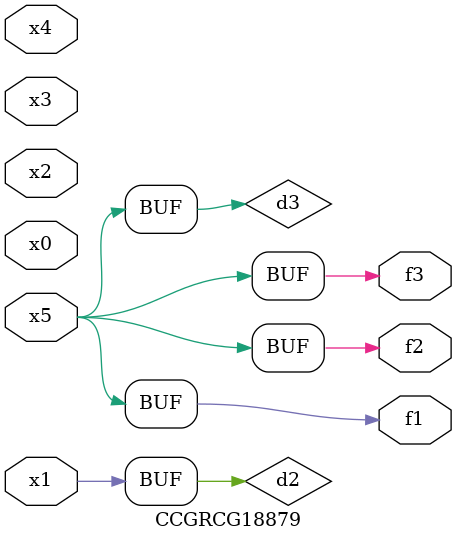
<source format=v>
module CCGRCG18879(
	input x0, x1, x2, x3, x4, x5,
	output f1, f2, f3
);

	wire d1, d2, d3;

	not (d1, x5);
	or (d2, x1);
	xnor (d3, d1);
	assign f1 = d3;
	assign f2 = d3;
	assign f3 = d3;
endmodule

</source>
